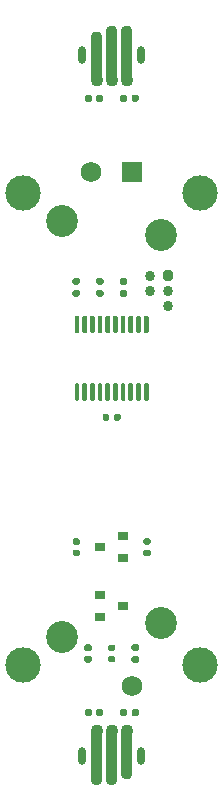
<source format=gbr>
%TF.GenerationSoftware,KiCad,Pcbnew,(5.1.10)-1*%
%TF.CreationDate,2021-07-16T11:56:50-07:00*%
%TF.ProjectId,slider,736c6964-6572-42e6-9b69-6361645f7063,rev?*%
%TF.SameCoordinates,Original*%
%TF.FileFunction,Soldermask,Bot*%
%TF.FilePolarity,Negative*%
%FSLAX46Y46*%
G04 Gerber Fmt 4.6, Leading zero omitted, Abs format (unit mm)*
G04 Created by KiCad (PCBNEW (5.1.10)-1) date 2021-07-16 11:56:50*
%MOMM*%
%LPD*%
G01*
G04 APERTURE LIST*
%ADD10C,3.000000*%
%ADD11C,0.600000*%
%ADD12O,0.700000X1.500000*%
%ADD13C,1.100000*%
%ADD14C,2.700000*%
%ADD15C,1.750000*%
%ADD16R,1.750000X1.750000*%
%ADD17R,0.900000X0.800000*%
%ADD18C,0.863600*%
G04 APERTURE END LIST*
D10*
%TO.C,MH4*%
X92500000Y-120000000D03*
%TD*%
%TO.C,MH3*%
X92500000Y-80000000D03*
%TD*%
%TO.C,MH2*%
X107500000Y-80000000D03*
%TD*%
%TO.C,MH1*%
X107500000Y-120000000D03*
%TD*%
D11*
%TO.C,J3*%
X100000000Y-67575000D03*
D12*
X97480000Y-68350000D03*
D13*
X98730000Y-70450000D03*
X100000000Y-70450000D03*
X101270000Y-70450000D03*
G36*
G01*
X101720000Y-66200100D02*
X101720000Y-70549900D01*
G75*
G02*
X101369900Y-70900000I-350100J0D01*
G01*
X101170100Y-70900000D01*
G75*
G02*
X100820000Y-70549900I0J350100D01*
G01*
X100820000Y-66200100D01*
G75*
G02*
X101170100Y-65850000I350100J0D01*
G01*
X101369900Y-65850000D01*
G75*
G02*
X101720000Y-66200100I0J-350100D01*
G01*
G37*
G36*
G01*
X100450000Y-66200100D02*
X100450000Y-70549900D01*
G75*
G02*
X100099900Y-70900000I-350100J0D01*
G01*
X99900100Y-70900000D01*
G75*
G02*
X99550000Y-70549900I0J350100D01*
G01*
X99550000Y-66200100D01*
G75*
G02*
X99900100Y-65850000I350100J0D01*
G01*
X100099900Y-65850000D01*
G75*
G02*
X100450000Y-66200100I0J-350100D01*
G01*
G37*
G36*
G01*
X99180000Y-66700100D02*
X99180000Y-70549900D01*
G75*
G02*
X98829900Y-70900000I-350100J0D01*
G01*
X98630100Y-70900000D01*
G75*
G02*
X98280000Y-70549900I0J350100D01*
G01*
X98280000Y-66700100D01*
G75*
G02*
X98630100Y-66350000I350100J0D01*
G01*
X98829900Y-66350000D01*
G75*
G02*
X99180000Y-66700100I0J-350100D01*
G01*
G37*
D12*
X102520000Y-68350000D03*
%TD*%
D11*
%TO.C,J1*%
X100000000Y-128425000D03*
D12*
X102520000Y-127650000D03*
D13*
X101270000Y-125550000D03*
X100000000Y-125550000D03*
X98730000Y-125550000D03*
G36*
G01*
X98280000Y-129799900D02*
X98280000Y-125450100D01*
G75*
G02*
X98630100Y-125100000I350100J0D01*
G01*
X98829900Y-125100000D01*
G75*
G02*
X99180000Y-125450100I0J-350100D01*
G01*
X99180000Y-129799900D01*
G75*
G02*
X98829900Y-130150000I-350100J0D01*
G01*
X98630100Y-130150000D01*
G75*
G02*
X98280000Y-129799900I0J350100D01*
G01*
G37*
G36*
G01*
X99550000Y-129799900D02*
X99550000Y-125450100D01*
G75*
G02*
X99900100Y-125100000I350100J0D01*
G01*
X100099900Y-125100000D01*
G75*
G02*
X100450000Y-125450100I0J-350100D01*
G01*
X100450000Y-129799900D01*
G75*
G02*
X100099900Y-130150000I-350100J0D01*
G01*
X99900100Y-130150000D01*
G75*
G02*
X99550000Y-129799900I0J350100D01*
G01*
G37*
G36*
G01*
X100820000Y-129299900D02*
X100820000Y-125450100D01*
G75*
G02*
X101170100Y-125100000I350100J0D01*
G01*
X101369900Y-125100000D01*
G75*
G02*
X101720000Y-125450100I0J-350100D01*
G01*
X101720000Y-129299900D01*
G75*
G02*
X101369900Y-129650000I-350100J0D01*
G01*
X101170100Y-129650000D01*
G75*
G02*
X100820000Y-129299900I0J350100D01*
G01*
G37*
D12*
X97480000Y-127650000D03*
%TD*%
D14*
%TO.C,RV1*%
X95800000Y-117600000D03*
X95800000Y-82400000D03*
X104200000Y-116400000D03*
X104200000Y-83600000D03*
D15*
X101750000Y-121750000D03*
X98250000Y-78250000D03*
D16*
X101750000Y-78250000D03*
%TD*%
%TO.C,D6*%
G36*
G01*
X98690000Y-72172500D02*
X98690000Y-71827500D01*
G75*
G02*
X98837500Y-71680000I147500J0D01*
G01*
X99132500Y-71680000D01*
G75*
G02*
X99280000Y-71827500I0J-147500D01*
G01*
X99280000Y-72172500D01*
G75*
G02*
X99132500Y-72320000I-147500J0D01*
G01*
X98837500Y-72320000D01*
G75*
G02*
X98690000Y-72172500I0J147500D01*
G01*
G37*
G36*
G01*
X97720000Y-72172500D02*
X97720000Y-71827500D01*
G75*
G02*
X97867500Y-71680000I147500J0D01*
G01*
X98162500Y-71680000D01*
G75*
G02*
X98310000Y-71827500I0J-147500D01*
G01*
X98310000Y-72172500D01*
G75*
G02*
X98162500Y-72320000I-147500J0D01*
G01*
X97867500Y-72320000D01*
G75*
G02*
X97720000Y-72172500I0J147500D01*
G01*
G37*
%TD*%
%TO.C,D5*%
G36*
G01*
X101310000Y-71827500D02*
X101310000Y-72172500D01*
G75*
G02*
X101162500Y-72320000I-147500J0D01*
G01*
X100867500Y-72320000D01*
G75*
G02*
X100720000Y-72172500I0J147500D01*
G01*
X100720000Y-71827500D01*
G75*
G02*
X100867500Y-71680000I147500J0D01*
G01*
X101162500Y-71680000D01*
G75*
G02*
X101310000Y-71827500I0J-147500D01*
G01*
G37*
G36*
G01*
X102280000Y-71827500D02*
X102280000Y-72172500D01*
G75*
G02*
X102132500Y-72320000I-147500J0D01*
G01*
X101837500Y-72320000D01*
G75*
G02*
X101690000Y-72172500I0J147500D01*
G01*
X101690000Y-71827500D01*
G75*
G02*
X101837500Y-71680000I147500J0D01*
G01*
X102132500Y-71680000D01*
G75*
G02*
X102280000Y-71827500I0J-147500D01*
G01*
G37*
%TD*%
%TO.C,D3*%
G36*
G01*
X101310000Y-123827500D02*
X101310000Y-124172500D01*
G75*
G02*
X101162500Y-124320000I-147500J0D01*
G01*
X100867500Y-124320000D01*
G75*
G02*
X100720000Y-124172500I0J147500D01*
G01*
X100720000Y-123827500D01*
G75*
G02*
X100867500Y-123680000I147500J0D01*
G01*
X101162500Y-123680000D01*
G75*
G02*
X101310000Y-123827500I0J-147500D01*
G01*
G37*
G36*
G01*
X102280000Y-123827500D02*
X102280000Y-124172500D01*
G75*
G02*
X102132500Y-124320000I-147500J0D01*
G01*
X101837500Y-124320000D01*
G75*
G02*
X101690000Y-124172500I0J147500D01*
G01*
X101690000Y-123827500D01*
G75*
G02*
X101837500Y-123680000I147500J0D01*
G01*
X102132500Y-123680000D01*
G75*
G02*
X102280000Y-123827500I0J-147500D01*
G01*
G37*
%TD*%
%TO.C,D2*%
G36*
G01*
X98690000Y-124172500D02*
X98690000Y-123827500D01*
G75*
G02*
X98837500Y-123680000I147500J0D01*
G01*
X99132500Y-123680000D01*
G75*
G02*
X99280000Y-123827500I0J-147500D01*
G01*
X99280000Y-124172500D01*
G75*
G02*
X99132500Y-124320000I-147500J0D01*
G01*
X98837500Y-124320000D01*
G75*
G02*
X98690000Y-124172500I0J147500D01*
G01*
G37*
G36*
G01*
X97720000Y-124172500D02*
X97720000Y-123827500D01*
G75*
G02*
X97867500Y-123680000I147500J0D01*
G01*
X98162500Y-123680000D01*
G75*
G02*
X98310000Y-123827500I0J-147500D01*
G01*
X98310000Y-124172500D01*
G75*
G02*
X98162500Y-124320000I-147500J0D01*
G01*
X97867500Y-124320000D01*
G75*
G02*
X97720000Y-124172500I0J147500D01*
G01*
G37*
%TD*%
%TO.C,U2*%
G36*
G01*
X103025000Y-91875000D02*
X102825000Y-91875000D01*
G75*
G02*
X102725000Y-91775000I0J100000D01*
G01*
X102725000Y-90500000D01*
G75*
G02*
X102825000Y-90400000I100000J0D01*
G01*
X103025000Y-90400000D01*
G75*
G02*
X103125000Y-90500000I0J-100000D01*
G01*
X103125000Y-91775000D01*
G75*
G02*
X103025000Y-91875000I-100000J0D01*
G01*
G37*
G36*
G01*
X102375000Y-91875000D02*
X102175000Y-91875000D01*
G75*
G02*
X102075000Y-91775000I0J100000D01*
G01*
X102075000Y-90500000D01*
G75*
G02*
X102175000Y-90400000I100000J0D01*
G01*
X102375000Y-90400000D01*
G75*
G02*
X102475000Y-90500000I0J-100000D01*
G01*
X102475000Y-91775000D01*
G75*
G02*
X102375000Y-91875000I-100000J0D01*
G01*
G37*
G36*
G01*
X101725000Y-91875000D02*
X101525000Y-91875000D01*
G75*
G02*
X101425000Y-91775000I0J100000D01*
G01*
X101425000Y-90500000D01*
G75*
G02*
X101525000Y-90400000I100000J0D01*
G01*
X101725000Y-90400000D01*
G75*
G02*
X101825000Y-90500000I0J-100000D01*
G01*
X101825000Y-91775000D01*
G75*
G02*
X101725000Y-91875000I-100000J0D01*
G01*
G37*
G36*
G01*
X101075000Y-91875000D02*
X100875000Y-91875000D01*
G75*
G02*
X100775000Y-91775000I0J100000D01*
G01*
X100775000Y-90500000D01*
G75*
G02*
X100875000Y-90400000I100000J0D01*
G01*
X101075000Y-90400000D01*
G75*
G02*
X101175000Y-90500000I0J-100000D01*
G01*
X101175000Y-91775000D01*
G75*
G02*
X101075000Y-91875000I-100000J0D01*
G01*
G37*
G36*
G01*
X100425000Y-91875000D02*
X100225000Y-91875000D01*
G75*
G02*
X100125000Y-91775000I0J100000D01*
G01*
X100125000Y-90500000D01*
G75*
G02*
X100225000Y-90400000I100000J0D01*
G01*
X100425000Y-90400000D01*
G75*
G02*
X100525000Y-90500000I0J-100000D01*
G01*
X100525000Y-91775000D01*
G75*
G02*
X100425000Y-91875000I-100000J0D01*
G01*
G37*
G36*
G01*
X99775000Y-91875000D02*
X99575000Y-91875000D01*
G75*
G02*
X99475000Y-91775000I0J100000D01*
G01*
X99475000Y-90500000D01*
G75*
G02*
X99575000Y-90400000I100000J0D01*
G01*
X99775000Y-90400000D01*
G75*
G02*
X99875000Y-90500000I0J-100000D01*
G01*
X99875000Y-91775000D01*
G75*
G02*
X99775000Y-91875000I-100000J0D01*
G01*
G37*
G36*
G01*
X99125000Y-91875000D02*
X98925000Y-91875000D01*
G75*
G02*
X98825000Y-91775000I0J100000D01*
G01*
X98825000Y-90500000D01*
G75*
G02*
X98925000Y-90400000I100000J0D01*
G01*
X99125000Y-90400000D01*
G75*
G02*
X99225000Y-90500000I0J-100000D01*
G01*
X99225000Y-91775000D01*
G75*
G02*
X99125000Y-91875000I-100000J0D01*
G01*
G37*
G36*
G01*
X98475000Y-91875000D02*
X98275000Y-91875000D01*
G75*
G02*
X98175000Y-91775000I0J100000D01*
G01*
X98175000Y-90500000D01*
G75*
G02*
X98275000Y-90400000I100000J0D01*
G01*
X98475000Y-90400000D01*
G75*
G02*
X98575000Y-90500000I0J-100000D01*
G01*
X98575000Y-91775000D01*
G75*
G02*
X98475000Y-91875000I-100000J0D01*
G01*
G37*
G36*
G01*
X97825000Y-91875000D02*
X97625000Y-91875000D01*
G75*
G02*
X97525000Y-91775000I0J100000D01*
G01*
X97525000Y-90500000D01*
G75*
G02*
X97625000Y-90400000I100000J0D01*
G01*
X97825000Y-90400000D01*
G75*
G02*
X97925000Y-90500000I0J-100000D01*
G01*
X97925000Y-91775000D01*
G75*
G02*
X97825000Y-91875000I-100000J0D01*
G01*
G37*
G36*
G01*
X97175000Y-91875000D02*
X96975000Y-91875000D01*
G75*
G02*
X96875000Y-91775000I0J100000D01*
G01*
X96875000Y-90500000D01*
G75*
G02*
X96975000Y-90400000I100000J0D01*
G01*
X97175000Y-90400000D01*
G75*
G02*
X97275000Y-90500000I0J-100000D01*
G01*
X97275000Y-91775000D01*
G75*
G02*
X97175000Y-91875000I-100000J0D01*
G01*
G37*
G36*
G01*
X97175000Y-97600000D02*
X96975000Y-97600000D01*
G75*
G02*
X96875000Y-97500000I0J100000D01*
G01*
X96875000Y-96225000D01*
G75*
G02*
X96975000Y-96125000I100000J0D01*
G01*
X97175000Y-96125000D01*
G75*
G02*
X97275000Y-96225000I0J-100000D01*
G01*
X97275000Y-97500000D01*
G75*
G02*
X97175000Y-97600000I-100000J0D01*
G01*
G37*
G36*
G01*
X97825000Y-97600000D02*
X97625000Y-97600000D01*
G75*
G02*
X97525000Y-97500000I0J100000D01*
G01*
X97525000Y-96225000D01*
G75*
G02*
X97625000Y-96125000I100000J0D01*
G01*
X97825000Y-96125000D01*
G75*
G02*
X97925000Y-96225000I0J-100000D01*
G01*
X97925000Y-97500000D01*
G75*
G02*
X97825000Y-97600000I-100000J0D01*
G01*
G37*
G36*
G01*
X98475000Y-97600000D02*
X98275000Y-97600000D01*
G75*
G02*
X98175000Y-97500000I0J100000D01*
G01*
X98175000Y-96225000D01*
G75*
G02*
X98275000Y-96125000I100000J0D01*
G01*
X98475000Y-96125000D01*
G75*
G02*
X98575000Y-96225000I0J-100000D01*
G01*
X98575000Y-97500000D01*
G75*
G02*
X98475000Y-97600000I-100000J0D01*
G01*
G37*
G36*
G01*
X99125000Y-97600000D02*
X98925000Y-97600000D01*
G75*
G02*
X98825000Y-97500000I0J100000D01*
G01*
X98825000Y-96225000D01*
G75*
G02*
X98925000Y-96125000I100000J0D01*
G01*
X99125000Y-96125000D01*
G75*
G02*
X99225000Y-96225000I0J-100000D01*
G01*
X99225000Y-97500000D01*
G75*
G02*
X99125000Y-97600000I-100000J0D01*
G01*
G37*
G36*
G01*
X99775000Y-97600000D02*
X99575000Y-97600000D01*
G75*
G02*
X99475000Y-97500000I0J100000D01*
G01*
X99475000Y-96225000D01*
G75*
G02*
X99575000Y-96125000I100000J0D01*
G01*
X99775000Y-96125000D01*
G75*
G02*
X99875000Y-96225000I0J-100000D01*
G01*
X99875000Y-97500000D01*
G75*
G02*
X99775000Y-97600000I-100000J0D01*
G01*
G37*
G36*
G01*
X100425000Y-97600000D02*
X100225000Y-97600000D01*
G75*
G02*
X100125000Y-97500000I0J100000D01*
G01*
X100125000Y-96225000D01*
G75*
G02*
X100225000Y-96125000I100000J0D01*
G01*
X100425000Y-96125000D01*
G75*
G02*
X100525000Y-96225000I0J-100000D01*
G01*
X100525000Y-97500000D01*
G75*
G02*
X100425000Y-97600000I-100000J0D01*
G01*
G37*
G36*
G01*
X101075000Y-97600000D02*
X100875000Y-97600000D01*
G75*
G02*
X100775000Y-97500000I0J100000D01*
G01*
X100775000Y-96225000D01*
G75*
G02*
X100875000Y-96125000I100000J0D01*
G01*
X101075000Y-96125000D01*
G75*
G02*
X101175000Y-96225000I0J-100000D01*
G01*
X101175000Y-97500000D01*
G75*
G02*
X101075000Y-97600000I-100000J0D01*
G01*
G37*
G36*
G01*
X101725000Y-97600000D02*
X101525000Y-97600000D01*
G75*
G02*
X101425000Y-97500000I0J100000D01*
G01*
X101425000Y-96225000D01*
G75*
G02*
X101525000Y-96125000I100000J0D01*
G01*
X101725000Y-96125000D01*
G75*
G02*
X101825000Y-96225000I0J-100000D01*
G01*
X101825000Y-97500000D01*
G75*
G02*
X101725000Y-97600000I-100000J0D01*
G01*
G37*
G36*
G01*
X102375000Y-97600000D02*
X102175000Y-97600000D01*
G75*
G02*
X102075000Y-97500000I0J100000D01*
G01*
X102075000Y-96225000D01*
G75*
G02*
X102175000Y-96125000I100000J0D01*
G01*
X102375000Y-96125000D01*
G75*
G02*
X102475000Y-96225000I0J-100000D01*
G01*
X102475000Y-97500000D01*
G75*
G02*
X102375000Y-97600000I-100000J0D01*
G01*
G37*
G36*
G01*
X103025000Y-97600000D02*
X102825000Y-97600000D01*
G75*
G02*
X102725000Y-97500000I0J100000D01*
G01*
X102725000Y-96225000D01*
G75*
G02*
X102825000Y-96125000I100000J0D01*
G01*
X103025000Y-96125000D01*
G75*
G02*
X103125000Y-96225000I0J-100000D01*
G01*
X103125000Y-97500000D01*
G75*
G02*
X103025000Y-97600000I-100000J0D01*
G01*
G37*
%TD*%
D17*
%TO.C,U1*%
X99000000Y-110000000D03*
X101000000Y-110950000D03*
X101000000Y-109050000D03*
%TD*%
%TO.C,R6*%
G36*
G01*
X97185000Y-87760000D02*
X96815000Y-87760000D01*
G75*
G02*
X96680000Y-87625000I0J135000D01*
G01*
X96680000Y-87355000D01*
G75*
G02*
X96815000Y-87220000I135000J0D01*
G01*
X97185000Y-87220000D01*
G75*
G02*
X97320000Y-87355000I0J-135000D01*
G01*
X97320000Y-87625000D01*
G75*
G02*
X97185000Y-87760000I-135000J0D01*
G01*
G37*
G36*
G01*
X97185000Y-88780000D02*
X96815000Y-88780000D01*
G75*
G02*
X96680000Y-88645000I0J135000D01*
G01*
X96680000Y-88375000D01*
G75*
G02*
X96815000Y-88240000I135000J0D01*
G01*
X97185000Y-88240000D01*
G75*
G02*
X97320000Y-88375000I0J-135000D01*
G01*
X97320000Y-88645000D01*
G75*
G02*
X97185000Y-88780000I-135000J0D01*
G01*
G37*
%TD*%
%TO.C,R5*%
G36*
G01*
X99185000Y-87760000D02*
X98815000Y-87760000D01*
G75*
G02*
X98680000Y-87625000I0J135000D01*
G01*
X98680000Y-87355000D01*
G75*
G02*
X98815000Y-87220000I135000J0D01*
G01*
X99185000Y-87220000D01*
G75*
G02*
X99320000Y-87355000I0J-135000D01*
G01*
X99320000Y-87625000D01*
G75*
G02*
X99185000Y-87760000I-135000J0D01*
G01*
G37*
G36*
G01*
X99185000Y-88780000D02*
X98815000Y-88780000D01*
G75*
G02*
X98680000Y-88645000I0J135000D01*
G01*
X98680000Y-88375000D01*
G75*
G02*
X98815000Y-88240000I135000J0D01*
G01*
X99185000Y-88240000D01*
G75*
G02*
X99320000Y-88375000I0J-135000D01*
G01*
X99320000Y-88645000D01*
G75*
G02*
X99185000Y-88780000I-135000J0D01*
G01*
G37*
%TD*%
%TO.C,R4*%
G36*
G01*
X101185000Y-87760000D02*
X100815000Y-87760000D01*
G75*
G02*
X100680000Y-87625000I0J135000D01*
G01*
X100680000Y-87355000D01*
G75*
G02*
X100815000Y-87220000I135000J0D01*
G01*
X101185000Y-87220000D01*
G75*
G02*
X101320000Y-87355000I0J-135000D01*
G01*
X101320000Y-87625000D01*
G75*
G02*
X101185000Y-87760000I-135000J0D01*
G01*
G37*
G36*
G01*
X101185000Y-88780000D02*
X100815000Y-88780000D01*
G75*
G02*
X100680000Y-88645000I0J135000D01*
G01*
X100680000Y-88375000D01*
G75*
G02*
X100815000Y-88240000I135000J0D01*
G01*
X101185000Y-88240000D01*
G75*
G02*
X101320000Y-88375000I0J-135000D01*
G01*
X101320000Y-88645000D01*
G75*
G02*
X101185000Y-88780000I-135000J0D01*
G01*
G37*
%TD*%
%TO.C,R1*%
G36*
G01*
X101815000Y-119240000D02*
X102185000Y-119240000D01*
G75*
G02*
X102320000Y-119375000I0J-135000D01*
G01*
X102320000Y-119645000D01*
G75*
G02*
X102185000Y-119780000I-135000J0D01*
G01*
X101815000Y-119780000D01*
G75*
G02*
X101680000Y-119645000I0J135000D01*
G01*
X101680000Y-119375000D01*
G75*
G02*
X101815000Y-119240000I135000J0D01*
G01*
G37*
G36*
G01*
X101815000Y-118220000D02*
X102185000Y-118220000D01*
G75*
G02*
X102320000Y-118355000I0J-135000D01*
G01*
X102320000Y-118625000D01*
G75*
G02*
X102185000Y-118760000I-135000J0D01*
G01*
X101815000Y-118760000D01*
G75*
G02*
X101680000Y-118625000I0J135000D01*
G01*
X101680000Y-118355000D01*
G75*
G02*
X101815000Y-118220000I135000J0D01*
G01*
G37*
%TD*%
D18*
%TO.C,J2*%
X104787400Y-89540000D03*
X103212600Y-88270000D03*
X104787400Y-88270000D03*
X103212600Y-87000000D03*
G36*
G01*
X105046480Y-87431800D02*
X104528320Y-87431800D01*
G75*
G02*
X104355600Y-87259080I0J172720D01*
G01*
X104355600Y-86740920D01*
G75*
G02*
X104528320Y-86568200I172720J0D01*
G01*
X105046480Y-86568200D01*
G75*
G02*
X105219200Y-86740920I0J-172720D01*
G01*
X105219200Y-87259080D01*
G75*
G02*
X105046480Y-87431800I-172720J0D01*
G01*
G37*
%TD*%
%TO.C,FB1*%
G36*
G01*
X97827500Y-119190000D02*
X98172500Y-119190000D01*
G75*
G02*
X98320000Y-119337500I0J-147500D01*
G01*
X98320000Y-119632500D01*
G75*
G02*
X98172500Y-119780000I-147500J0D01*
G01*
X97827500Y-119780000D01*
G75*
G02*
X97680000Y-119632500I0J147500D01*
G01*
X97680000Y-119337500D01*
G75*
G02*
X97827500Y-119190000I147500J0D01*
G01*
G37*
G36*
G01*
X97827500Y-118220000D02*
X98172500Y-118220000D01*
G75*
G02*
X98320000Y-118367500I0J-147500D01*
G01*
X98320000Y-118662500D01*
G75*
G02*
X98172500Y-118810000I-147500J0D01*
G01*
X97827500Y-118810000D01*
G75*
G02*
X97680000Y-118662500I0J147500D01*
G01*
X97680000Y-118367500D01*
G75*
G02*
X97827500Y-118220000I147500J0D01*
G01*
G37*
%TD*%
D17*
%TO.C,D1*%
X101000000Y-115000000D03*
X99000000Y-114050000D03*
X99000000Y-115950000D03*
%TD*%
%TO.C,C5*%
G36*
G01*
X99800000Y-98830000D02*
X99800000Y-99170000D01*
G75*
G02*
X99660000Y-99310000I-140000J0D01*
G01*
X99380000Y-99310000D01*
G75*
G02*
X99240000Y-99170000I0J140000D01*
G01*
X99240000Y-98830000D01*
G75*
G02*
X99380000Y-98690000I140000J0D01*
G01*
X99660000Y-98690000D01*
G75*
G02*
X99800000Y-98830000I0J-140000D01*
G01*
G37*
G36*
G01*
X100760000Y-98830000D02*
X100760000Y-99170000D01*
G75*
G02*
X100620000Y-99310000I-140000J0D01*
G01*
X100340000Y-99310000D01*
G75*
G02*
X100200000Y-99170000I0J140000D01*
G01*
X100200000Y-98830000D01*
G75*
G02*
X100340000Y-98690000I140000J0D01*
G01*
X100620000Y-98690000D01*
G75*
G02*
X100760000Y-98830000I0J-140000D01*
G01*
G37*
%TD*%
%TO.C,C3*%
G36*
G01*
X103170000Y-109800000D02*
X102830000Y-109800000D01*
G75*
G02*
X102690000Y-109660000I0J140000D01*
G01*
X102690000Y-109380000D01*
G75*
G02*
X102830000Y-109240000I140000J0D01*
G01*
X103170000Y-109240000D01*
G75*
G02*
X103310000Y-109380000I0J-140000D01*
G01*
X103310000Y-109660000D01*
G75*
G02*
X103170000Y-109800000I-140000J0D01*
G01*
G37*
G36*
G01*
X103170000Y-110760000D02*
X102830000Y-110760000D01*
G75*
G02*
X102690000Y-110620000I0J140000D01*
G01*
X102690000Y-110340000D01*
G75*
G02*
X102830000Y-110200000I140000J0D01*
G01*
X103170000Y-110200000D01*
G75*
G02*
X103310000Y-110340000I0J-140000D01*
G01*
X103310000Y-110620000D01*
G75*
G02*
X103170000Y-110760000I-140000J0D01*
G01*
G37*
%TD*%
%TO.C,C2*%
G36*
G01*
X97170000Y-109800000D02*
X96830000Y-109800000D01*
G75*
G02*
X96690000Y-109660000I0J140000D01*
G01*
X96690000Y-109380000D01*
G75*
G02*
X96830000Y-109240000I140000J0D01*
G01*
X97170000Y-109240000D01*
G75*
G02*
X97310000Y-109380000I0J-140000D01*
G01*
X97310000Y-109660000D01*
G75*
G02*
X97170000Y-109800000I-140000J0D01*
G01*
G37*
G36*
G01*
X97170000Y-110760000D02*
X96830000Y-110760000D01*
G75*
G02*
X96690000Y-110620000I0J140000D01*
G01*
X96690000Y-110340000D01*
G75*
G02*
X96830000Y-110200000I140000J0D01*
G01*
X97170000Y-110200000D01*
G75*
G02*
X97310000Y-110340000I0J-140000D01*
G01*
X97310000Y-110620000D01*
G75*
G02*
X97170000Y-110760000I-140000J0D01*
G01*
G37*
%TD*%
%TO.C,C1*%
G36*
G01*
X100170000Y-118800000D02*
X99830000Y-118800000D01*
G75*
G02*
X99690000Y-118660000I0J140000D01*
G01*
X99690000Y-118380000D01*
G75*
G02*
X99830000Y-118240000I140000J0D01*
G01*
X100170000Y-118240000D01*
G75*
G02*
X100310000Y-118380000I0J-140000D01*
G01*
X100310000Y-118660000D01*
G75*
G02*
X100170000Y-118800000I-140000J0D01*
G01*
G37*
G36*
G01*
X100170000Y-119760000D02*
X99830000Y-119760000D01*
G75*
G02*
X99690000Y-119620000I0J140000D01*
G01*
X99690000Y-119340000D01*
G75*
G02*
X99830000Y-119200000I140000J0D01*
G01*
X100170000Y-119200000D01*
G75*
G02*
X100310000Y-119340000I0J-140000D01*
G01*
X100310000Y-119620000D01*
G75*
G02*
X100170000Y-119760000I-140000J0D01*
G01*
G37*
%TD*%
M02*

</source>
